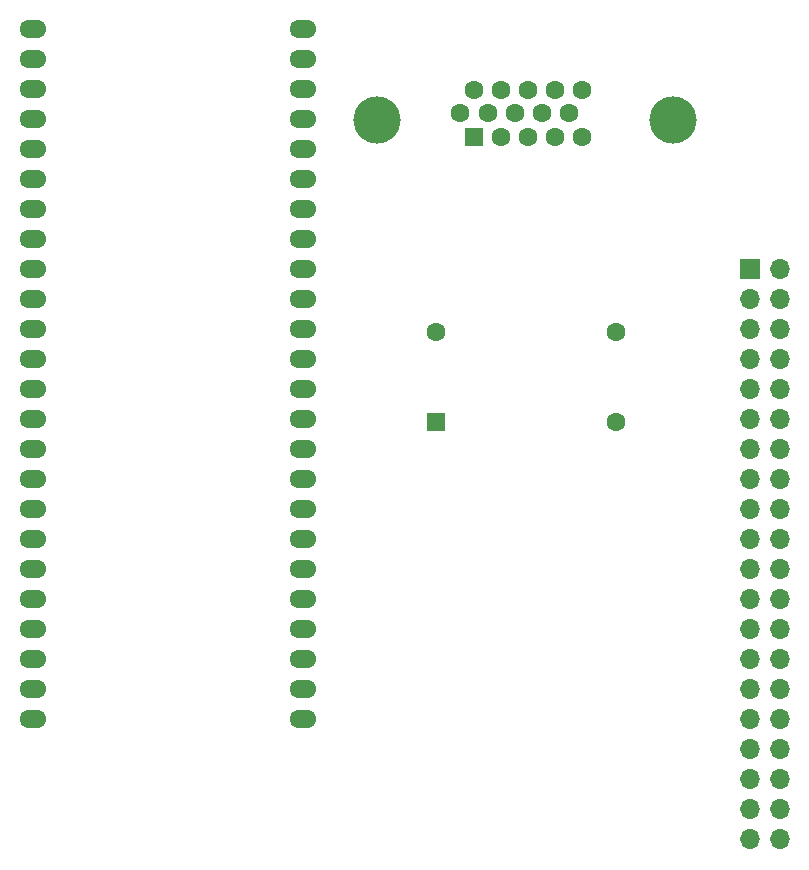
<source format=gbr>
%TF.GenerationSoftware,KiCad,Pcbnew,7.0.10*%
%TF.CreationDate,2024-01-21T15:51:14-05:00*%
%TF.ProjectId,jml-8-mini-vga,6a6d6c2d-382d-46d6-996e-692d7667612e,rev?*%
%TF.SameCoordinates,Original*%
%TF.FileFunction,Soldermask,Bot*%
%TF.FilePolarity,Negative*%
%FSLAX46Y46*%
G04 Gerber Fmt 4.6, Leading zero omitted, Abs format (unit mm)*
G04 Created by KiCad (PCBNEW 7.0.10) date 2024-01-21 15:51:14*
%MOMM*%
%LPD*%
G01*
G04 APERTURE LIST*
%ADD10R,1.600000X1.600000*%
%ADD11C,1.600000*%
%ADD12O,2.286000X1.524000*%
%ADD13C,4.000000*%
%ADD14R,1.700000X1.700000*%
%ADD15O,1.700000X1.700000*%
G04 APERTURE END LIST*
D10*
%TO.C,X1*%
X148463000Y-76835000D03*
D11*
X163703000Y-76835000D03*
X163703000Y-69215000D03*
X148463000Y-69215000D03*
%TD*%
D12*
%TO.C,U1*%
X114300000Y-43561000D03*
X114300000Y-46101000D03*
X114300000Y-48641000D03*
X114300000Y-51181000D03*
X114300000Y-53721000D03*
X114300000Y-56261000D03*
X114300000Y-58801000D03*
X114300000Y-61341000D03*
X114300000Y-63881000D03*
X114300000Y-66421000D03*
X114300000Y-68961000D03*
X114300000Y-71501000D03*
X114300000Y-74041000D03*
X114300000Y-76581000D03*
X114300000Y-79121000D03*
X114300000Y-81661000D03*
X114300000Y-84201000D03*
X114300000Y-86741000D03*
X114300000Y-89281000D03*
X114300000Y-91821000D03*
X114300000Y-94361000D03*
X114300000Y-96901000D03*
X114300000Y-99441000D03*
X114300000Y-101981000D03*
X137160000Y-101981000D03*
X137160000Y-99441000D03*
X137160000Y-96901000D03*
X137160000Y-94361000D03*
X137160000Y-91821000D03*
X137160000Y-89281000D03*
X137160000Y-86741000D03*
X137160000Y-84201000D03*
X137160000Y-81661000D03*
X137160000Y-79121000D03*
X137160000Y-76581000D03*
X137160000Y-74041000D03*
X137160000Y-71501000D03*
X137160000Y-68961000D03*
X137160000Y-66421000D03*
X137160000Y-63881000D03*
X137160000Y-61341000D03*
X137160000Y-58801000D03*
X137160000Y-56261000D03*
X137160000Y-53721000D03*
X137160000Y-51181000D03*
X137160000Y-48641000D03*
X137160000Y-46101000D03*
X137160000Y-43561000D03*
%TD*%
D13*
%TO.C,J1*%
X168471000Y-51243331D03*
X143471000Y-51243331D03*
D10*
X151656000Y-52663331D03*
D11*
X153946000Y-52663331D03*
X156236000Y-52663331D03*
X158526000Y-52663331D03*
X160816000Y-52663331D03*
X150511000Y-50683331D03*
X152801000Y-50683331D03*
X155091000Y-50683331D03*
X157381000Y-50683331D03*
X159671000Y-50683331D03*
X151656000Y-48703331D03*
X153946000Y-48703331D03*
X156236000Y-48703331D03*
X158526000Y-48703331D03*
X160816000Y-48703331D03*
%TD*%
D14*
%TO.C,J2*%
X175006000Y-63881000D03*
D15*
X177546000Y-63881000D03*
X175006000Y-66421000D03*
X177546000Y-66421000D03*
X175006000Y-68961000D03*
X177546000Y-68961000D03*
X175006000Y-71501000D03*
X177546000Y-71501000D03*
X175006000Y-74041000D03*
X177546000Y-74041000D03*
X175006000Y-76581000D03*
X177546000Y-76581000D03*
X175006000Y-79121000D03*
X177546000Y-79121000D03*
X175006000Y-81661000D03*
X177546000Y-81661000D03*
X175006000Y-84201000D03*
X177546000Y-84201000D03*
X175006000Y-86741000D03*
X177546000Y-86741000D03*
X175006000Y-89281000D03*
X177546000Y-89281000D03*
X175006000Y-91821000D03*
X177546000Y-91821000D03*
X175006000Y-94361000D03*
X177546000Y-94361000D03*
X175006000Y-96901000D03*
X177546000Y-96901000D03*
X175006000Y-99441000D03*
X177546000Y-99441000D03*
X175006000Y-101981000D03*
X177546000Y-101981000D03*
X175006000Y-104521000D03*
X177546000Y-104521000D03*
X175006000Y-107061000D03*
X177546000Y-107061000D03*
X175006000Y-109601000D03*
X177546000Y-109601000D03*
X175006000Y-112141000D03*
X177546000Y-112141000D03*
%TD*%
M02*

</source>
